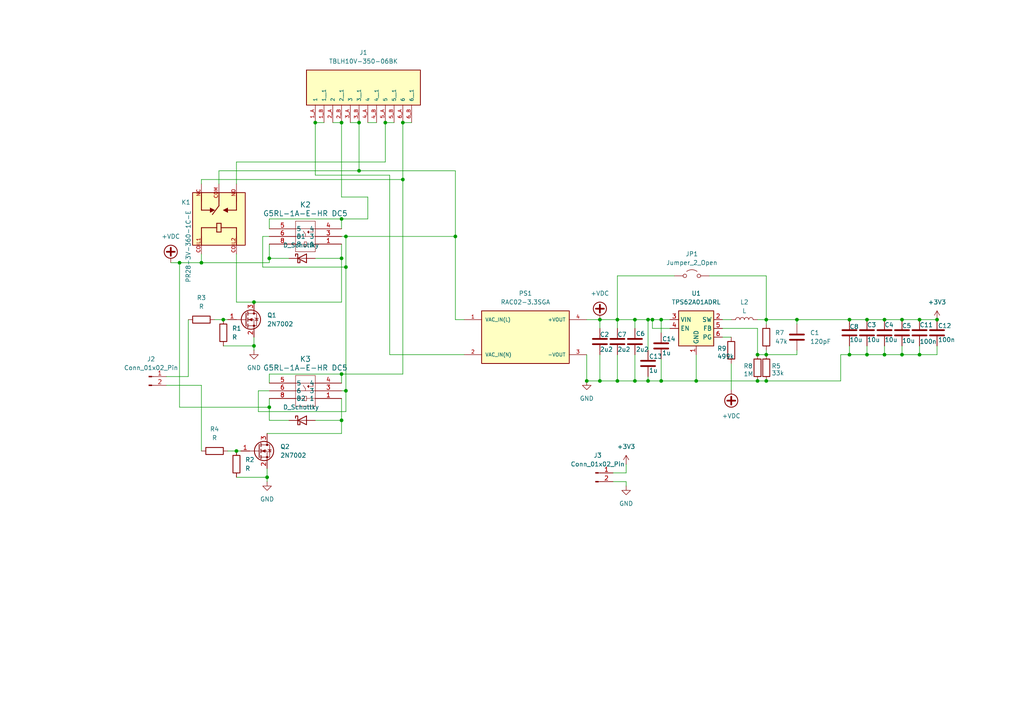
<source format=kicad_sch>
(kicad_sch (version 20250114) (generator "eeschema") (generator_version "9.0")
  (paper "A4")
  (lib_symbols
    (symbol "Connector:Conn_01x02_Pin" (pin_names (offset 1.016) (hide yes))
      (property "Reference" "J" (at 0 2.54 0))
      (property "Value" "Conn_01x02_Pin" (at 0 -5.08 0))
      (symbol "Conn_01x02_Pin_1_1"
        (rectangle (start 0.8636 0.127) (end 0 -0.127) (stroke (width 0.1524)) (fill (type outline)))
        (rectangle (start 0.8636 -2.413) (end 0 -2.667) (stroke (width 0.1524)) (fill (type outline)))
        (polyline (pts (xy 1.27 0) (xy 0.8636 0)) (stroke (width 0.1524)))
        (polyline (pts (xy 1.27 -2.54) (xy 0.8636 -2.54)) (stroke (width 0.1524)))
        (pin passive line (at 5.08 0 180) (length 3.81) (name "Pin_1") (number "1"))
        (pin passive line (at 5.08 -2.54 180) (length 3.81) (name "Pin_2") (number "2"))
      )
    )
    (symbol "Device:C" (pin_numbers (hide yes)) (pin_names (offset 0.254))
      (property "Reference" "C" (at 0.635 2.54 0))
      (property "Value" "C" (at 0.635 -2.54 0))
      (symbol "C_0_1"
        (polyline (pts (xy -2.032 0.762) (xy 2.032 0.762)) (stroke (width 0.508)))
        (polyline (pts (xy -2.032 -0.762) (xy 2.032 -0.762)) (stroke (width 0.508)))
      )
      (symbol "C_1_1"
        (pin passive line (at 0 3.81 270) (length 2.794) (name "~") (number "1"))
        (pin passive line (at 0 -3.81 90) (length 2.794) (name "~") (number "2"))
      )
    )
    (symbol "Device:D_Schottky" (pin_numbers (hide yes)) (pin_names (offset 1.016) (hide yes))
      (property "Reference" "D" (at 0 2.54 0))
      (property "Value" "D_Schottky" (at 0 -2.54 0))
      (symbol "D_Schottky_0_1"
        (polyline (pts (xy -1.905 0.635) (xy -1.905 1.27) (xy -1.27 1.27) (xy -1.27 -1.27) (xy -0.635 -1.27) (xy -0.635 -0.635)) (stroke (width 0.254)))
        (polyline (pts (xy 1.27 1.27) (xy 1.27 -1.27) (xy -1.27 0) (xy 1.27 1.27)) (stroke (width 0.254)))
        (polyline (pts (xy 1.27 0) (xy -1.27 0)))
      )
      (symbol "D_Schottky_1_1"
        (pin passive line (at -3.81 0 0) (length 2.54) (name "K") (number "1"))
        (pin passive line (at 3.81 0 180) (length 2.54) (name "A") (number "2"))
      )
    )
    (symbol "Device:L" (pin_numbers (hide yes)) (pin_names (offset 1.016) (hide yes))
      (property "Reference" "L" (at -1.27 0 90))
      (property "Value" "L" (at 1.905 0 90))
      (symbol "L_0_1"
        (arc (start 0 2.54) (mid 0.6323 1.905) (end 0 1.27))
        (arc (start 0 1.27) (mid 0.6323 0.635) (end 0 0))
        (arc (start 0 0) (mid 0.6323 -0.635) (end 0 -1.27))
        (arc (start 0 -1.27) (mid 0.6323 -1.905) (end 0 -2.54))
      )
      (symbol "L_1_1"
        (pin passive line (at 0 3.81 270) (length 1.27) (name "1") (number "1"))
        (pin passive line (at 0 -3.81 90) (length 1.27) (name "2") (number "2"))
      )
    )
    (symbol "Device:R" (pin_numbers (hide yes)) (pin_names (offset 0))
      (property "Reference" "R" (at 2.032 0 90))
      (property "Value" "R" (at 0 0 90))
      (symbol "R_0_1"
        (rectangle (start -1.016 -2.54) (end 1.016 2.54) (stroke (width 0.254)))
      )
      (symbol "R_1_1"
        (pin passive line (at 0 3.81 270) (length 1.27) (name "~") (number "1"))
        (pin passive line (at 0 -3.81 90) (length 1.27) (name "~") (number "2"))
      )
    )
    (symbol "G5RL-1A-E-HR DC5:G5RL-1A-E-HR_DC5" (pin_names (offset 0.254))
      (property "Reference" "K" (at 10.795 6.985 0))
      (property "Value" "G5RL-1A-E-HR DC5" (at 20.32 4.7625 0))
      (symbol "G5RL-1A-E-HR_DC5_0_1"
        (polyline (pts (xy 7.62 2.2225) (xy 7.62 -6.6675)) (stroke (width 0.127)))
        (polyline (pts (xy 7.62 0) (xy 10.16 0)) (stroke (width 0.127)))
        (polyline (pts (xy 7.62 -2.2225) (xy 13.335 -2.2225)) (stroke (width 0.127)))
        (polyline (pts (xy 7.62 -4.445) (xy 13.335 -4.445)) (stroke (width 0.127)))
        (polyline (pts (xy 7.62 -6.6675) (xy 13.335 -6.6675)) (stroke (width 0.127)))
        (polyline (pts (xy 8.255 -4.445) (xy 8.255 -3.4925)) (stroke (width 0.127)))
        (polyline (pts (xy 9.525 -3.175) (xy 9.525 -3.81)) (stroke (width 0.127)))
        (polyline (pts (xy 9.525 -3.175) (xy 9.8425 -3.4925) (xy 9.525 -3.81)) (fill (type outline)))
        (polyline (pts (xy 9.525 -3.4925) (xy 8.255 -3.4925)) (stroke (width 0.127)))
        (polyline (pts (xy 9.525 -3.81) (xy 9.8425 -3.4925)) (stroke (width 0.127)))
        (polyline (pts (xy 9.8425 -3.4925) (xy 9.525 -3.175)) (stroke (width 0.127)))
        (polyline (pts (xy 10.16 0.635) (xy 10.795 0.635)) (stroke (width 0.127)))
        (polyline (pts (xy 10.16 0) (xy 10.16 0.635)) (stroke (width 0.127)))
        (polyline (pts (xy 10.16 0) (xy 10.16 -0.635)) (stroke (width 0.127)))
        (polyline (pts (xy 10.16 -0.635) (xy 10.795 -0.635)) (stroke (width 0.127)))
        (polyline (pts (xy 10.4775 -2.2225) (xy 10.4775 -2.8575)) (stroke (width 0.127)))
        (polyline (pts (xy 10.4775 -2.8575) (xy 11.1125 -3.81)) (stroke (width 0.127)))
        (polyline (pts (xy 10.795 0.635) (xy 10.795 -0.635)) (stroke (width 0.127)))
        (polyline (pts (xy 10.795 0) (xy 13.335 0)) (stroke (width 0.127)))
        (polyline (pts (xy 13.335 2.2225) (xy 7.62 2.2225)) (stroke (width 0.127)))
        (polyline (pts (xy 13.335 -6.6675) (xy 13.335 2.2225)) (stroke (width 0.127)))
        (pin unspecified line (at 0 0 0) (length 7.62) (name "1") (number "1"))
        (pin unspecified line (at 0 -2.2225 0) (length 7.62) (name "3") (number "3"))
        (pin unspecified line (at 0 -4.445 0) (length 7.62) (name "4") (number "4"))
        (pin unspecified line (at 20.955 0 180) (length 7.62) (name "8") (number "8"))
        (pin unspecified line (at 20.955 -2.2225 180) (length 7.62) (name "6") (number "6"))
        (pin unspecified line (at 20.955 -4.445 180) (length 7.62) (name "5") (number "5"))
      )
    )
    (symbol "Jumper:Jumper_2_Open" (pin_numbers (hide yes)) (pin_names (offset 0) (hide yes)) (exclude_from_sim yes)
      (property "Reference" "JP" (at 0 2.794 0))
      (property "Value" "Jumper_2_Open" (at 0 -2.286 0))
      (symbol "Jumper_2_Open_0_0"
        (circle (center -2.032 0) (radius 0.508))
        (circle (center 2.032 0) (radius 0.508))
      )
      (symbol "Jumper_2_Open_0_1"
        (arc (start -1.524 1.27) (mid 0 1.778) (end 1.524 1.27))
      )
      (symbol "Jumper_2_Open_1_1"
        (pin passive line (at -5.08 0 0) (length 2.54) (name "A") (number "1"))
        (pin passive line (at 5.08 0 180) (length 2.54) (name "B") (number "2"))
      )
    )
    (symbol "PR28-3V-360-1C-E:PR28-3V-360-1C-E" (pin_names (offset 1.016))
      (property "Reference" "K" (at -7.62 8.89 0))
      (property "Value" "PR28-3V-360-1C-E" (at -7.62 -10.16 0))
      (symbol "PR28-3V-360-1C-E_0_0"
        (polyline (pts (xy -7.62 5.08) (xy -2.54 5.08)) (stroke (width 0.254)))
        (polyline (pts (xy -7.62 -5.08) (xy -2.54 -5.08)) (stroke (width 0.254)))
        (rectangle (start -7.62 -7.62) (end 7.62 7.62) (stroke (width 0.254)) (fill (type background)))
        (polyline (pts (xy -3.81 0.635) (xy -2.54 0.635)) (stroke (width 0.254)))
        (polyline (pts (xy -3.81 -0.635) (xy -3.81 0.635)) (stroke (width 0.254)))
        (polyline (pts (xy -2.54 5.08) (xy -2.54 0.635)) (stroke (width 0.254)))
        (polyline (pts (xy -2.54 0.635) (xy -1.27 0.635)) (stroke (width 0.254)))
        (polyline (pts (xy -2.54 -0.635) (xy -3.81 -0.635)) (stroke (width 0.254)))
        (polyline (pts (xy -2.54 -0.635) (xy -2.54 -5.08)) (stroke (width 0.254)))
        (polyline (pts (xy -1.27 0.635) (xy -1.27 -0.635)) (stroke (width 0.254)))
        (polyline (pts (xy -1.27 -0.635) (xy -2.54 -0.635)) (stroke (width 0.254)))
        (polyline (pts (xy 1.905 -2.54) (xy 3.175 -2.54) (xy 2.54 -1.27) (xy 1.905 -2.54)) (stroke (width 0.1524)) (fill (type outline)))
        (polyline (pts (xy 2.54 5.08) (xy 2.54 2.54)) (stroke (width 0.254)))
        (polyline (pts (xy 2.54 5.08) (xy 7.62 5.08)) (stroke (width 0.254)))
        (polyline (pts (xy 2.54 -5.08) (xy 2.54 -2.54)) (stroke (width 0.254)))
        (polyline (pts (xy 3.175 2.54) (xy 1.905 2.54) (xy 2.54 1.27) (xy 3.175 2.54)) (stroke (width 0.1524)) (fill (type outline)))
        (polyline (pts (xy 3.81 0) (xy 1.27 1.905)) (stroke (width 0.254)))
        (polyline (pts (xy 7.62 0) (xy 3.81 0)) (stroke (width 0.254)))
        (polyline (pts (xy 7.62 -5.08) (xy 2.54 -5.08)) (stroke (width 0.254)))
        (pin passive line (at -10.16 5.08 0) (length 5.08) (name "~") (number "COIL1"))
        (pin passive line (at -10.16 -5.08 0) (length 5.08) (name "~") (number "COIL2"))
        (pin passive line (at 10.16 5.08 180) (length 5.08) (name "~") (number "NC"))
        (pin passive line (at 10.16 0 180) (length 5.08) (name "~") (number "COM"))
        (pin passive line (at 10.16 -5.08 180) (length 5.08) (name "~") (number "NO"))
      )
    )
    (symbol "RAC02-3.3SGA:RAC02-3.3SGA" (pin_names (offset 1.016))
      (property "Reference" "PS" (at -12.7 8.89 0))
      (property "Value" "RAC02-3.3SGA" (at -12.7 -10.16 0))
      (symbol "RAC02-3.3SGA_0_0"
        (rectangle (start -12.7 -7.62) (end 12.7 7.62) (stroke (width 0.254)) (fill (type background)))
        (pin input line (at -17.78 5.08 0) (length 5.08) (name "VAC_IN(L)") (number "1"))
        (pin input line (at -17.78 -5.08 0) (length 5.08) (name "VAC_IN(N)") (number "2"))
        (pin output line (at 17.78 5.08 180) (length 5.08) (name "+VOUT") (number "4"))
        (pin output line (at 17.78 -5.08 180) (length 5.08) (name "-VOUT") (number "3"))
      )
    )
    (symbol "Regulator_Switching:TPS62A01ADRL"
      (property "Reference" "U" (at -5.08 6.35 0))
      (property "Value" "TPS62A01ADRL" (at 0 6.35 0))
      (symbol "TPS62A01ADRL_0_1"
        (rectangle (start -5.08 5.08) (end 5.08 -5.08) (stroke (width 0.254)) (fill (type background)))
      )
      (symbol "TPS62A01ADRL_1_1"
        (pin power_in line (at -7.62 2.54 0) (length 2.54) (name "VIN") (number "3"))
        (pin input line (at -7.62 0 0) (length 2.54) (name "EN") (number "4"))
        (pin power_in line (at 0 -7.62 90) (length 2.54) (name "GND") (number "1"))
        (pin power_out line (at 7.62 2.54 180) (length 2.54) (name "SW") (number "2"))
        (pin input line (at 7.62 0 180) (length 2.54) (name "FB") (number "5"))
        (pin open_collector line (at 7.62 -2.54 180) (length 2.54) (name "PG") (number "6"))
      )
    )
    (symbol "TBLH10V-350-06BK:TBLH10V-350-06BK" (pin_names (offset 1.016))
      (property "Reference" "J" (at -5.58 7.62 0))
      (property "Value" "TBLH10V-350-06BK" (at -5.08 -27.94 0))
      (symbol "TBLH10V-350-06BK_0_0"
        (rectangle (start -5.08 -25.4) (end 5.08 7.62) (stroke (width 0.254)) (fill (type background)))
        (pin passive line (at -10.16 5.08 0) (length 5.08) (name "1") (number "1_A"))
        (pin passive line (at -10.16 2.54 0) (length 5.08) (name "1__1") (number "1_B"))
        (pin passive line (at -10.16 0 0) (length 5.08) (name "2") (number "2_A"))
        (pin passive line (at -10.16 -2.54 0) (length 5.08) (name "2__1") (number "2_B"))
        (pin passive line (at -10.16 -5.08 0) (length 5.08) (name "3") (number "3_A"))
        (pin passive line (at -10.16 -7.62 0) (length 5.08) (name "3__1") (number "3_B"))
        (pin passive line (at -10.16 -10.16 0) (length 5.08) (name "4") (number "4_A"))
        (pin passive line (at -10.16 -12.7 0) (length 5.08) (name "4__1") (number "4_B"))
        (pin passive line (at -10.16 -15.24 0) (length 5.08) (name "5") (number "5_A"))
        (pin passive line (at -10.16 -17.78 0) (length 5.08) (name "5__1") (number "5_B"))
        (pin passive line (at -10.16 -20.32 0) (length 5.08) (name "6") (number "6_A"))
        (pin passive line (at -10.16 -22.86 0) (length 5.08) (name "6__1") (number "6_B"))
      )
    )
    (symbol "Transistor_FET:2N7002" (pin_names (hide yes))
      (property "Reference" "Q" (at 5.08 1.905 0))
      (property "Value" "2N7002" (at 5.08 0 0))
      (symbol "2N7002_0_1"
        (polyline (pts (xy 0.254 1.905) (xy 0.254 -1.905)) (stroke (width 0.254)))
        (polyline (pts (xy 0.254 0) (xy -2.54 0)))
        (polyline (pts (xy 0.762 2.286) (xy 0.762 1.27)) (stroke (width 0.254)))
        (polyline (pts (xy 0.762 0.508) (xy 0.762 -0.508)) (stroke (width 0.254)))
        (polyline (pts (xy 0.762 -1.27) (xy 0.762 -2.286)) (stroke (width 0.254)))
        (polyline (pts (xy 0.762 -1.778) (xy 3.302 -1.778) (xy 3.302 1.778) (xy 0.762 1.778)))
        (polyline (pts (xy 1.016 0) (xy 2.032 0.381) (xy 2.032 -0.381) (xy 1.016 0)) (fill (type outline)))
        (circle (center 1.651 0) (radius 2.794) (stroke (width 0.254)))
        (polyline (pts (xy 2.54 2.54) (xy 2.54 1.778)))
        (circle (center 2.54 1.778) (radius 0.254) (fill (type outline)))
        (circle (center 2.54 -1.778) (radius 0.254) (fill (type outline)))
        (polyline (pts (xy 2.54 -2.54) (xy 2.54 0) (xy 0.762 0)))
        (polyline (pts (xy 2.794 0.508) (xy 2.921 0.381) (xy 3.683 0.381) (xy 3.81 0.254)))
        (polyline (pts (xy 3.302 0.381) (xy 2.921 -0.254) (xy 3.683 -0.254) (xy 3.302 0.381)))
      )
      (symbol "2N7002_1_1"
        (pin input line (at -5.08 0 0) (length 2.54) (name "G") (number "1"))
        (pin passive line (at 2.54 5.08 270) (length 2.54) (name "D") (number "3"))
        (pin passive line (at 2.54 -5.08 90) (length 2.54) (name "S") (number "2"))
      )
    )
    (symbol "power:+3V3" (power) (pin_numbers (hide yes)) (pin_names (offset 0) (hide yes))
      (property "Value" "+3V3" (at 0 3.556 0))
      (symbol "+3V3_0_1"
        (polyline (pts (xy -0.762 1.27) (xy 0 2.54)))
        (polyline (pts (xy 0 2.54) (xy 0.762 1.27)))
        (polyline (pts (xy 0 0) (xy 0 2.54)))
      )
      (symbol "+3V3_1_1"
        (pin power_in line (at 0 0 90) (length 0) (name "~") (number "1"))
      )
    )
    (symbol "power:+VDC" (power) (pin_numbers (hide yes)) (pin_names (offset 0) (hide yes))
      (property "Value" "+VDC" (at 0 6.35 0))
      (symbol "+VDC_0_1"
        (polyline (pts (xy -1.143 3.175) (xy 1.143 3.175)) (stroke (width 0.508)))
        (circle (center 0 3.175) (radius 1.905) (stroke (width 0.254)))
        (polyline (pts (xy 0 2.032) (xy 0 4.318)) (stroke (width 0.508)))
        (polyline (pts (xy 0 0) (xy 0 1.27)))
      )
      (symbol "+VDC_1_1"
        (pin power_in line (at 0 0 90) (length 0) (name "~") (number "1"))
      )
    )
    (symbol "power:GND" (power) (pin_numbers (hide yes)) (pin_names (offset 0) (hide yes))
      (property "Value" "GND" (at 0 -3.81 0))
      (symbol "GND_0_1"
        (polyline (pts (xy 0 0) (xy 0 -1.27) (xy 1.27 -1.27) (xy 0 -2.54) (xy -1.27 -1.27) (xy 0 -1.27)))
      )
      (symbol "GND_1_1"
        (pin power_in line (at 0 0 270) (length 0) (name "~") (number "1"))
      )
    )
  )
  (junction (at 91.44 35.56))
  (junction (at 187.96 92.71))
  (junction (at 246.38 102.87))
  (junction (at 52.07 76.2))
  (junction (at 99.06 121.92))
  (junction (at 78.105 118.11))
  (junction (at 78.105 74.93))
  (junction (at 179.07 92.71))
  (junction (at 170.18 110.49))
  (junction (at 173.99 92.71))
  (junction (at 99.06 63.5))
  (junction (at 100.33 113.3475))
  (junction (at 116.84 35.56))
  (junction (at 100.33 68.58))
  (junction (at 266.7 92.71))
  (junction (at 104.14 49.53))
  (junction (at 187.96 110.49))
  (junction (at 189.23 92.71))
  (junction (at 219.71 102.87))
  (junction (at 58.42 76.2))
  (junction (at 261.62 102.87))
  (junction (at 191.77 110.49))
  (junction (at 231.14 92.71))
  (junction (at 256.54 92.71))
  (junction (at 251.46 102.87))
  (junction (at 100.33 77.47))
  (junction (at 179.07 110.49))
  (junction (at 77.47 138.43))
  (junction (at 68.58 130.81))
  (junction (at 173.99 110.49))
  (junction (at 73.66 87.63))
  (junction (at 246.38 92.71))
  (junction (at 201.93 110.49))
  (junction (at 184.15 92.71))
  (junction (at 111.76 35.56))
  (junction (at 104.14 35.56))
  (junction (at 222.25 92.71))
  (junction (at 116.84 52.07))
  (junction (at 266.7 102.87))
  (junction (at 222.25 110.49))
  (junction (at 222.25 102.87))
  (junction (at 73.66 100.33))
  (junction (at 99.06 74.93))
  (junction (at 251.46 92.71))
  (junction (at 261.62 92.71))
  (junction (at 191.77 92.71))
  (junction (at 219.71 110.49))
  (junction (at 271.78 92.71))
  (junction (at 99.06 108.4967))
  (junction (at 256.54 102.87))
  (junction (at 184.15 110.49))
  (junction (at 132.08 68.58))
  (junction (at 64.77 92.71))
  (junction (at 99.06 35.56))
  (wire (pts (xy 99.06 108.4967) (xy 99.06 111.125)))
  (wire (pts (xy 173.99 102.87) (xy 173.99 110.49)))
  (wire (pts (xy 179.07 102.87) (xy 179.07 110.49)))
  (wire (pts (xy 58.42 53.34) (xy 58.42 52.07)))
  (wire (pts (xy 99.06 74.93) (xy 99.06 87.63)))
  (wire (pts (xy 63.5 53.34) (xy 63.5 49.53)))
  (wire (pts (xy 246.38 92.71) (xy 251.46 92.71)))
  (wire (pts (xy 184.15 110.49) (xy 187.96 110.49)))
  (wire (pts (xy 100.33 68.58) (xy 99.06 68.58)))
  (wire (pts (xy 191.77 92.71) (xy 191.77 96.52)))
  (wire (pts (xy 58.42 73.66) (xy 58.42 76.2)))
  (wire (pts (xy 78.105 68.58) (xy 76.2 68.58)))
  (wire (pts (xy 111.76 46.99) (xy 68.58 46.99)))
  (wire (pts (xy 222.25 92.71) (xy 231.14 92.71)))
  (wire (pts (xy 78.105 115.57) (xy 78.105 118.11)))
  (wire (pts (xy 184.15 102.87) (xy 184.15 110.49)))
  (wire (pts (xy 113.03 102.87) (xy 134.62 102.87)))
  (wire (pts (xy 113.03 50.8) (xy 113.03 102.87)))
  (wire (pts (xy 78.105 70.8025) (xy 78.105 74.93)))
  (wire (pts (xy 68.58 130.81) (xy 69.85 130.81)))
  (wire (pts (xy 271.78 102.87) (xy 271.78 100.33)))
  (wire (pts (xy 76.2 77.47) (xy 100.33 77.47)))
  (wire (pts (xy 99.06 87.63) (xy 73.66 87.63)))
  (wire (pts (xy 91.44 50.8) (xy 113.03 50.8)))
  (wire (pts (xy 100.33 77.47) (xy 100.33 113.3475)))
  (wire (pts (xy 78.105 63.5) (xy 99.06 63.5)))
  (wire (pts (xy 256.54 102.87) (xy 261.62 102.87)))
  (wire (pts (xy 99.06 121.92) (xy 99.06 125.73)))
  (wire (pts (xy 91.44 74.93) (xy 99.06 74.93)))
  (wire (pts (xy 170.18 92.71) (xy 173.99 92.71)))
  (wire (pts (xy 104.14 35.56) (xy 104.14 49.53)))
  (wire (pts (xy 100.33 119.38) (xy 74.93 119.38)))
  (wire (pts (xy 173.99 110.49) (xy 179.07 110.49)))
  (wire (pts (xy 74.93 119.38) (xy 74.93 113.3475)))
  (wire (pts (xy 261.62 102.87) (xy 266.7 102.87)))
  (wire (pts (xy 231.14 92.71) (xy 246.38 92.71)))
  (wire (pts (xy 212.09 105.41) (xy 212.09 113.03)))
  (wire (pts (xy 170.18 110.49) (xy 173.99 110.49)))
  (wire (pts (xy 179.07 92.71) (xy 184.15 92.71)))
  (wire (pts (xy 219.71 110.49) (xy 222.25 110.49)))
  (wire (pts (xy 256.54 102.87) (xy 256.54 100.33)))
  (wire (pts (xy 231.14 93.98) (xy 231.14 92.71)))
  (wire (pts (xy 251.46 92.71) (xy 256.54 92.71)))
  (wire (pts (xy 195.58 80.01) (xy 179.07 80.01)))
  (wire (pts (xy 99.06 113.3475) (xy 100.33 113.3475)))
  (wire (pts (xy 48.26 109.22) (xy 54.61 109.22)))
  (wire (pts (xy 246.38 100.33) (xy 246.38 102.87)))
  (wire (pts (xy 194.31 95.25) (xy 189.23 95.25)))
  (wire (pts (xy 99.06 125.73) (xy 77.47 125.73)))
  (wire (pts (xy 116.84 52.07) (xy 116.84 108.4967)))
  (wire (pts (xy 191.77 110.49) (xy 201.93 110.49)))
  (wire (pts (xy 187.96 110.49) (xy 191.77 110.49)))
  (wire (pts (xy 58.42 52.07) (xy 116.84 52.07)))
  (wire (pts (xy 219.71 95.25) (xy 219.71 102.87)))
  (wire (pts (xy 132.08 68.58) (xy 132.08 92.71)))
  (wire (pts (xy 99.06 63.5) (xy 106.68 63.5)))
  (wire (pts (xy 91.44 35.56) (xy 93.98 35.56)))
  (wire (pts (xy 54.61 92.71) (xy 54.61 109.22)))
  (wire (pts (xy 179.07 110.49) (xy 184.15 110.49)))
  (wire (pts (xy 49.53 76.2) (xy 52.07 76.2)))
  (wire (pts (xy 251.46 102.87) (xy 256.54 102.87)))
  (wire (pts (xy 100.33 68.58) (xy 132.08 68.58)))
  (wire (pts (xy 58.42 76.2) (xy 78.105 76.2)))
  (wire (pts (xy 261.62 102.87) (xy 261.62 100.33)))
  (wire (pts (xy 222.25 80.01) (xy 222.25 92.71)))
  (wire (pts (xy 68.58 73.66) (xy 68.58 87.63)))
  (wire (pts (xy 68.58 87.63) (xy 73.66 87.63)))
  (wire (pts (xy 76.2 68.58) (xy 76.2 77.47)))
  (wire (pts (xy 181.61 137.16) (xy 181.61 134.62)))
  (wire (pts (xy 78.105 118.11) (xy 78.105 121.92)))
  (wire (pts (xy 173.99 92.71) (xy 179.07 92.71)))
  (wire (pts (xy 73.66 100.33) (xy 73.66 101.6)))
  (wire (pts (xy 52.07 118.11) (xy 52.07 76.2)))
  (wire (pts (xy 266.7 102.87) (xy 271.78 102.87)))
  (wire (pts (xy 58.42 111.76) (xy 58.42 130.81)))
  (wire (pts (xy 187.96 92.71) (xy 189.23 92.71)))
  (wire (pts (xy 78.105 121.92) (xy 83.82 121.92)))
  (wire (pts (xy 181.61 139.7) (xy 181.61 140.97)))
  (wire (pts (xy 99.06 63.5) (xy 99.06 66.3575)))
  (wire (pts (xy 91.44 121.92) (xy 99.06 121.92)))
  (wire (pts (xy 219.71 102.87) (xy 222.25 102.87)))
  (wire (pts (xy 62.23 92.71) (xy 64.77 92.71)))
  (wire (pts (xy 111.76 35.56) (xy 114.3 35.56)))
  (wire (pts (xy 191.77 92.71) (xy 194.31 92.71)))
  (wire (pts (xy 189.23 92.71) (xy 189.23 95.25)))
  (wire (pts (xy 222.25 101.6) (xy 222.25 102.87)))
  (wire (pts (xy 209.55 92.71) (xy 212.09 92.71)))
  (wire (pts (xy 116.84 35.56) (xy 119.38 35.56)))
  (wire (pts (xy 205.74 80.01) (xy 222.25 80.01)))
  (wire (pts (xy 179.07 80.01) (xy 179.07 92.71)))
  (wire (pts (xy 66.04 130.81) (xy 68.58 130.81)))
  (wire (pts (xy 78.105 74.93) (xy 78.105 76.2)))
  (wire (pts (xy 78.105 118.11) (xy 52.07 118.11)))
  (wire (pts (xy 104.14 49.53) (xy 132.08 49.53)))
  (wire (pts (xy 179.07 92.71) (xy 179.07 95.25)))
  (wire (pts (xy 74.93 113.3475) (xy 78.105 113.3475)))
  (wire (pts (xy 222.25 92.71) (xy 222.25 93.98)))
  (wire (pts (xy 106.68 63.5) (xy 106.68 57.15)))
  (wire (pts (xy 184.15 92.71) (xy 187.96 92.71)))
  (wire (pts (xy 219.71 92.71) (xy 222.25 92.71)))
  (wire (pts (xy 99.06 70.8025) (xy 99.06 74.93)))
  (wire (pts (xy 100.33 77.47) (xy 100.33 68.58)))
  (wire (pts (xy 251.46 102.87) (xy 251.46 100.33)))
  (wire (pts (xy 261.62 92.71) (xy 266.7 92.71)))
  (wire (pts (xy 201.93 110.49) (xy 219.71 110.49)))
  (wire (pts (xy 78.105 111.125) (xy 78.105 108.4967)))
  (wire (pts (xy 106.68 57.15) (xy 99.06 57.15)))
  (wire (pts (xy 99.06 115.57) (xy 99.06 121.92)))
  (wire (pts (xy 68.58 138.43) (xy 77.47 138.43)))
  (wire (pts (xy 99.06 57.15) (xy 99.06 35.56)))
  (wire (pts (xy 189.23 92.71) (xy 191.77 92.71)))
  (wire (pts (xy 106.68 35.56) (xy 109.22 35.56)))
  (wire (pts (xy 177.8 137.16) (xy 181.61 137.16)))
  (wire (pts (xy 83.82 74.93) (xy 78.105 74.93)))
  (wire (pts (xy 63.5 49.53) (xy 104.14 49.53)))
  (wire (pts (xy 132.08 49.53) (xy 132.08 68.58)))
  (wire (pts (xy 201.93 102.87) (xy 201.93 110.49)))
  (wire (pts (xy 111.76 46.99) (xy 111.76 35.56)))
  (wire (pts (xy 266.7 92.71) (xy 271.78 92.71)))
  (wire (pts (xy 209.55 97.79) (xy 212.09 97.79)))
  (wire (pts (xy 132.08 92.71) (xy 134.62 92.71)))
  (wire (pts (xy 64.77 92.71) (xy 66.04 92.71)))
  (wire (pts (xy 77.47 135.89) (xy 77.47 138.43)))
  (wire (pts (xy 222.25 110.49) (xy 243.84 110.49)))
  (wire (pts (xy 177.8 139.7) (xy 181.61 139.7)))
  (wire (pts (xy 100.33 113.3475) (xy 100.33 119.38)))
  (wire (pts (xy 243.84 110.49) (xy 243.84 102.87)))
  (wire (pts (xy 116.84 35.56) (xy 116.84 52.07)))
  (wire (pts (xy 77.47 138.43) (xy 77.47 139.7)))
  (wire (pts (xy 173.99 95.25) (xy 173.99 92.71)))
  (wire (pts (xy 48.26 111.76) (xy 58.42 111.76)))
  (wire (pts (xy 78.105 108.4967) (xy 99.06 108.4967)))
  (wire (pts (xy 251.46 102.87) (xy 246.38 102.87)))
  (wire (pts (xy 68.58 46.99) (xy 68.58 53.34)))
  (wire (pts (xy 52.07 76.2) (xy 58.42 76.2)))
  (wire (pts (xy 231.14 101.6) (xy 231.14 102.87)))
  (wire (pts (xy 256.54 92.71) (xy 261.62 92.71)))
  (wire (pts (xy 246.38 102.87) (xy 243.84 102.87)))
  (wire (pts (xy 91.44 35.56) (xy 91.44 50.8)))
  (wire (pts (xy 184.15 92.71) (xy 184.15 95.25)))
  (wire (pts (xy 73.66 97.79) (xy 73.66 100.33)))
  (wire (pts (xy 191.77 104.14) (xy 191.77 110.49)))
  (wire (pts (xy 99.06 108.4967) (xy 116.84 108.4967)))
  (wire (pts (xy 170.18 102.87) (xy 170.18 110.49)))
  (wire (pts (xy 78.105 66.3575) (xy 78.105 63.5)))
  (wire (pts (xy 187.96 92.71) (xy 187.96 101.6)))
  (wire (pts (xy 101.6 35.56) (xy 104.14 35.56)))
  (wire (pts (xy 266.7 102.87) (xy 266.7 100.33)))
  (wire (pts (xy 99.06 35.56) (xy 96.52 35.56)))
  (wire (pts (xy 209.55 95.25) (xy 219.71 95.25)))
  (wire (pts (xy 64.77 100.33) (xy 73.66 100.33)))
  (wire (pts (xy 187.96 109.22) (xy 187.96 110.49)))
  (wire (pts (xy 231.14 102.87) (xy 222.25 102.87)))
  (symbol (lib_id "Device:R") (at 58.42 92.71 90) (unit 1)
    (property "Reference" "R3" (at 58.42 86.36 90))
    (property "Value" "R" (at 58.42 88.9 90))
    (property "Footprint" "Resistor_SMD:R_0603_1608Metric" (effects (hide yes)))
    (property "Description" "Resistor" (effects (hide yes)))
  )
  (symbol (lib_id "Device:R") (at 62.23 130.81 90) (unit 1)
    (property "Reference" "R4" (at 62.23 124.46 90))
    (property "Value" "R" (at 62.23 127 90))
    (property "Footprint" "Resistor_SMD:R_0603_1608Metric" (effects (hide yes)))
    (property "Description" "Resistor" (effects (hide yes)))
  )
  (symbol (lib_id "power:+3V3") (at 271.78 92.71 0) (unit 1)
    (property "Reference" "#PWR04" (effects (hide yes)))
    (property "Value" "+3V3" (at 271.78 87.63 0))
    (property "Description" "Power symbol creates a global label with name \"+3V3\"" (effects (hide yes)))
  )
  (symbol (lib_id "Device:C") (at 184.15 99.06 0) (unit 1)
    (property "Reference" "C6" (at 184.404 96.774 0) (effects (justify left)))
    (property "Value" "2u2" (at 184.404 101.346 0) (effects (justify left)))
    (property "Footprint" "Capacitor_SMD:C_1206_3216Metric" (effects (hide yes)))
    (property "Description" "Unpolarized capacitor" (effects (hide yes)))
  )
  (symbol (lib_id "Device:C") (at 191.77 100.33 0) (unit 1)
    (property "Reference" "C14" (at 192.024 98.298 0) (effects (justify left)))
    (property "Value" "1u" (at 192.024 102.362 0) (effects (justify left)))
    (property "Footprint" "Capacitor_SMD:C_0603_1608Metric" (effects (hide yes)))
    (property "Description" "Unpolarized capacitor" (effects (hide yes)))
  )
  (symbol (lib_id "power:GND") (at 73.66 101.6 0) (unit 1)
    (property "Reference" "#PWR06" (effects (hide yes)))
    (property "Value" "GND" (at 73.66 106.68 0))
    (property "Description" "Power symbol creates a global label with name \"GND\" , ground" (effects (hide yes)))
  )
  (symbol (lib_id "RAC02-3.3SGA:RAC02-3.3SGA") (at 152.4 97.79 0) (unit 1)
    (property "Reference" "PS1" (at 152.4 85.09 0))
    (property "Value" "RAC02-3.3SGA" (at 152.4 87.63 0))
    (property "Footprint" "TBLH10V_350_06BK:CONV_RAC02-3.3SGA" (effects (hide yes)))
    (property "PARTREV" "2" (effects (hide yes)))
    (property "STANDARD" "Manufacturer Recommendations" (effects (hide yes)))
    (property "MAXIMUM_PACKAGE_HEIGHT" "19mm" (effects (hide yes)))
    (property "MANUFACTURER" "Recom" (effects (hide yes)))
  )
  (symbol (lib_id "Jumper:Jumper_2_Open") (at 200.66 80.01 0) (unit 1) (exclude_from_sim yes)
    (property "Reference" "JP1" (at 200.66 73.66 0))
    (property "Value" "Jumper_2_Open" (at 200.66 76.2 0))
    (property "Footprint" "TestPoint:TestPoint_2Pads_Pitch2.54mm_Drill0.8mm" (effects (hide yes)))
    (property "Description" "Jumper, 2-pole, open" (effects (hide yes)))
  )
  (symbol (lib_id "power:GND") (at 181.61 140.97 0) (unit 1)
    (property "Reference" "#PWR07" (effects (hide yes)))
    (property "Value" "GND" (at 181.61 146.05 0))
    (property "Description" "Power symbol creates a global label with name \"GND\" , ground" (effects (hide yes)))
  )
  (symbol (lib_id "Connector:Conn_01x02_Pin") (at 172.72 137.16 0) (unit 1)
    (property "Reference" "J3" (at 173.355 132.08 0))
    (property "Value" "Conn_01x02_Pin" (at 173.355 134.62 0))
    (property "Footprint" "Connector_PinSocket_2.54mm:PinSocket_1x02_P2.54mm_Vertical" (effects (hide yes)))
    (property "Description" "Generic connector, single row, 01x02, script generated" (effects (hide yes)))
  )
  (symbol (lib_id "Device:C") (at 173.99 99.06 0) (unit 1)
    (property "Reference" "C2" (at 173.99 97.028 0) (effects (justify left)))
    (property "Value" "2u2" (at 173.99 101.346 0) (effects (justify left)))
    (property "Footprint" "Capacitor_SMD:C_1206_3216Metric" (effects (hide yes)))
    (property "Description" "Unpolarized capacitor" (effects (hide yes)))
  )
  (symbol (lib_id "G5RL-1A-E-HR DC5:G5RL-1A-E-HR_DC5") (at 99.06 70.8025 180) (unit 1)
    (property "Reference" "K2" (at 88.5825 59.3725 0) (effects (font (size 1.524 1.524))))
    (property "Value" "G5RL-1A-E-HR DC5" (at 88.5825 61.9125 0) (effects (font (size 1.524 1.524))))
    (property "Footprint" "RELAY_G5RL-1A-E-HR DC5_OMR" (effects (hide yes)))
    (property "Datasheet" "G5RL-1A-E-HR DC5" (effects (hide yes)))
  )
  (symbol (lib_id "Transistor_FET:2N7002") (at 74.93 130.81 0) (unit 1)
    (property "Reference" "Q2" (at 81.28 129.5399 0) (effects (justify left)))
    (property "Value" "2N7002" (at 81.28 132.0799 0) (effects (justify left)))
    (property "Footprint" "Package_TO_SOT_SMD:SOT-23-3" (effects (hide yes)))
    (property "Datasheet" "https://www.onsemi.com/pub/Collateral/NDS7002A-D.PDF" (effects (hide yes)))
    (property "Description" "0.115A Id, 60V Vds, N-Channel MOSFET, SOT-23" (effects (hide yes)))
  )
  (symbol (lib_id "power:+VDC") (at 49.53 76.2 0) (unit 1)
    (property "Reference" "#PWR03" (effects (hide yes)))
    (property "Value" "+VDC" (at 49.53 68.58 0))
    (property "Description" "Power symbol creates a global label with name \"+VDC\"" (effects (hide yes)))
  )
  (symbol (lib_id "power:GND") (at 77.47 139.7 0) (unit 1)
    (property "Reference" "#PWR05" (effects (hide yes)))
    (property "Value" "GND" (at 77.47 144.78 0))
    (property "Description" "Power symbol creates a global label with name \"GND\" , ground" (effects (hide yes)))
  )
  (symbol (lib_id "Device:D_Schottky") (at 87.63 121.92 0) (unit 1)
    (property "Reference" "D2" (at 87.3125 115.57 0))
    (property "Value" "D_Schottky" (at 87.3125 118.11 0))
    (property "Footprint" "Diode_SMD:D_MiniMELF" (effects (hide yes)))
    (property "Description" "Schottky diode" (effects (hide yes)))
  )
  (symbol (lib_id "Device:C") (at 246.38 96.52 0) (unit 1)
    (property "Reference" "C8" (at 246.38 94.742 0) (effects (justify left)))
    (property "Value" "10u" (at 246.38 98.552 0) (effects (justify left)))
    (property "Footprint" "Capacitor_SMD:C_1206_3216Metric" (effects (hide yes)))
    (property "Description" "Unpolarized capacitor" (effects (hide yes)))
  )
  (symbol (lib_id "Device:L") (at 215.9 92.71 90) (unit 1)
    (property "Reference" "L2" (at 215.9 87.63 90))
    (property "Value" "L" (at 215.9 90.17 90))
    (property "Footprint" "Inductor_SMD:L_0805_2012Metric" (effects (hide yes)))
    (property "Description" "Inductor" (effects (hide yes)))
  )
  (symbol (lib_id "power:GND") (at 170.18 110.49 0) (unit 1)
    (property "Reference" "#PWR01" (effects (hide yes)))
    (property "Value" "GND" (at 170.18 115.57 0))
    (property "Description" "Power symbol creates a global label with name \"GND\" , ground" (effects (hide yes)))
  )
  (symbol (lib_id "power:+VDC") (at 212.09 113.03 180) (unit 1)
    (property "Reference" "#PWR09" (effects (hide yes)))
    (property "Value" "+VDC" (at 212.09 120.65 0))
    (property "Description" "Power symbol creates a global label with name \"+VDC\"" (effects (hide yes)))
  )
  (symbol (lib_id "Regulator_Switching:TPS62A01ADRL") (at 201.93 95.25 0) (unit 1)
    (property "Reference" "U1" (at 201.93 85.09 0))
    (property "Value" "TPS62A01ADRL" (at 201.93 87.63 0))
    (property "Footprint" "Package_TO_SOT_SMD:SOT-563" (effects (hide yes)))
    (property "Datasheet" "https://www.ti.com/lit/gpn/tps62a01a" (effects (hide yes)))
    (property "Description" "High Efficiency Synchronous Buck Converter with forced PWM, Adjustable Output 0.6V-5.5V, 1A, Power Good, Enable, SOT-563" (effects (hide yes)))
  )
  (symbol (lib_id "Device:R") (at 222.25 106.68 0) (unit 1)
    (property "Reference" "R5" (at 223.774 106.172 0) (effects (justify left)))
    (property "Value" "33k" (at 223.774 108.204 0) (effects (justify left)))
    (property "Footprint" "Resistor_SMD:R_0603_1608Metric" (effects (hide yes)))
    (property "Description" "Resistor" (effects (hide yes)))
  )
  (symbol (lib_id "Device:C") (at 256.54 96.52 0) (unit 1)
    (property "Reference" "C4" (at 256.54 94.234 0) (effects (justify left)))
    (property "Value" "10u" (at 256.54 98.552 0) (effects (justify left)))
    (property "Footprint" "Capacitor_SMD:C_1206_3216Metric" (effects (hide yes)))
    (property "Description" "Unpolarized capacitor" (effects (hide yes)))
  )
  (symbol (lib_id "Device:C") (at 271.78 96.52 0) (unit 1)
    (property "Reference" "C12" (at 272.034 94.488 0) (effects (justify left)))
    (property "Value" "100n" (at 272.034 98.552 0) (effects (justify left)))
    (property "Footprint" "Capacitor_SMD:C_0603_1608Metric" (effects (hide yes)))
    (property "Description" "Unpolarized capacitor" (effects (hide yes)))
  )
  (symbol (lib_id "power:+VDC") (at 173.99 92.71 0) (unit 1)
    (property "Reference" "#PWR02" (effects (hide yes)))
    (property "Value" "+VDC" (at 173.99 85.09 0))
    (property "Description" "Power symbol creates a global label with name \"+VDC\"" (effects (hide yes)))
  )
  (symbol (lib_id "Device:R") (at 212.09 101.6 0) (unit 1)
    (property "Reference" "R9" (at 208.026 101.092 0) (effects (justify left)))
    (property "Value" "499k" (at 208.026 103.378 0) (effects (justify left)))
    (property "Footprint" "Resistor_SMD:R_0603_1608Metric" (effects (hide yes)))
    (property "Description" "Resistor" (effects (hide yes)))
  )
  (symbol (lib_id "Device:C") (at 179.07 99.06 0) (unit 1)
    (property "Reference" "C7" (at 179.07 97.028 0) (effects (justify left)))
    (property "Value" "2u2" (at 179.07 101.346 0) (effects (justify left)))
    (property "Footprint" "Capacitor_SMD:C_1206_3216Metric" (effects (hide yes)))
    (property "Description" "Unpolarized capacitor" (effects (hide yes)))
  )
  (symbol (lib_id "Device:D_Schottky") (at 87.63 74.93 0) (unit 1)
    (property "Reference" "D1" (at 87.3125 68.58 0))
    (property "Value" "D_Schottky" (at 87.3125 71.12 0))
    (property "Footprint" "Diode_SMD:D_MiniMELF" (effects (hide yes)))
    (property "Description" "Schottky diode" (effects (hide yes)))
  )
  (symbol (lib_id "Transistor_FET:2N7002") (at 71.12 92.71 0) (unit 1)
    (property "Reference" "Q1" (at 77.47 91.4399 0) (effects (justify left)))
    (property "Value" "2N7002" (at 77.47 93.9799 0) (effects (justify left)))
    (property "Footprint" "Package_TO_SOT_SMD:SOT-23-3" (effects (hide yes)))
    (property "Datasheet" "https://www.onsemi.com/pub/Collateral/NDS7002A-D.PDF" (effects (hide yes)))
    (property "Description" "0.115A Id, 60V Vds, N-Channel MOSFET, SOT-23" (effects (hide yes)))
  )
  (symbol (lib_id "Device:C") (at 266.7 96.52 0) (unit 1)
    (property "Reference" "C11" (at 266.7 94.234 0) (effects (justify left)))
    (property "Value" "100n" (at 266.7 99.06 0) (effects (justify left)))
    (property "Footprint" "Capacitor_SMD:C_0603_1608Metric" (effects (hide yes)))
    (property "Description" "Unpolarized capacitor" (effects (hide yes)))
  )
  (symbol (lib_id "Device:C") (at 231.14 97.79 0) (unit 1)
    (property "Reference" "C1" (at 234.95 96.5199 0) (effects (justify left)))
    (property "Value" "120pF" (at 234.95 99.0599 0) (effects (justify left)))
    (property "Footprint" "Capacitor_SMD:C_0603_1608Metric" (effects (hide yes)))
    (property "Description" "Unpolarized capacitor" (effects (hide yes)))
  )
  (symbol (lib_id "Connector:Conn_01x02_Pin") (at 43.18 109.22 0) (unit 1)
    (property "Reference" "J2" (at 43.815 104.14 0))
    (property "Value" "Conn_01x02_Pin" (at 43.815 106.68 0))
    (property "Footprint" "Connector_PinSocket_2.54mm:PinSocket_1x02_P2.54mm_Vertical" (effects (hide yes)))
    (property "Description" "Generic connector, single row, 01x02, script generated" (effects (hide yes)))
  )
  (symbol (lib_id "Device:R") (at 222.25 97.79 0) (unit 1)
    (property "Reference" "R7" (at 224.79 96.5199 0) (effects (justify left)))
    (property "Value" "47k" (at 224.79 99.0599 0) (effects (justify left)))
    (property "Footprint" "Resistor_SMD:R_0603_1608Metric" (effects (hide yes)))
    (property "Description" "Resistor" (effects (hide yes)))
  )
  (symbol (lib_id "Device:R") (at 219.71 106.68 0) (unit 1)
    (property "Reference" "R8" (at 215.646 106.172 0) (effects (justify left)))
    (property "Value" "1M" (at 215.646 108.458 0) (effects (justify left)))
    (property "Footprint" "Resistor_SMD:R_0603_1608Metric" (effects (hide yes)))
    (property "Description" "Resistor" (effects (hide yes)))
  )
  (symbol (lib_id "PR28-3V-360-1C-E:PR28-3V-360-1C-E") (at 63.5 63.5 90) (unit 1)
    (property "Reference" "K1" (at 52.578 58.674 90) (effects (justify right)))
    (property "Value" "PR28-3V-360-1C-E" (at 54.61 60.96 0) (effects (justify right)))
    (property "Footprint" "Bauteile:RELAY_PR28-3V-360-1C-E" (effects (hide yes)))
    (property "PARTREV" "1.01" (effects (hide yes)))
    (property "MANUFACTURER" "CUI DEVICES" (effects (hide yes)))
    (property "MAXIMUM_PACKAGE_HEIGHT" "16.854 mm" (effects (hide yes)))
    (property "STANDARD" "Manufacturer Recommendations" (effects (hide yes)))
  )
  (symbol (lib_id "Device:R") (at 68.58 134.62 0) (unit 1)
    (property "Reference" "R2" (at 71.12 133.3499 0) (effects (justify left)))
    (property "Value" "R" (at 71.12 135.8899 0) (effects (justify left)))
    (property "Footprint" "Resistor_SMD:R_0603_1608Metric" (effects (hide yes)))
    (property "Description" "Resistor" (effects (hide yes)))
  )
  (symbol (lib_id "power:+3V3") (at 181.61 134.62 0) (unit 1)
    (property "Reference" "#PWR08" (effects (hide yes)))
    (property "Value" "+3V3" (at 181.61 129.54 0))
    (property "Description" "Power symbol creates a global label with name \"+3V3\"" (effects (hide yes)))
  )
  (symbol (lib_id "Device:R") (at 64.77 96.52 0) (unit 1)
    (property "Reference" "R1" (at 67.31 95.2499 0) (effects (justify left)))
    (property "Value" "R" (at 67.31 97.7899 0) (effects (justify left)))
    (property "Footprint" "Resistor_SMD:R_0603_1608Metric" (effects (hide yes)))
    (property "Description" "Resistor" (effects (hide yes)))
  )
  (symbol (lib_id "G5RL-1A-E-HR DC5:G5RL-1A-E-HR_DC5") (at 99.06 115.57 180) (unit 1)
    (property "Reference" "K3" (at 88.5825 104.14 0) (effects (font (size 1.524 1.524))))
    (property "Value" "G5RL-1A-E-HR DC5" (at 88.5825 106.68 0) (effects (font (size 1.524 1.524))))
    (property "Footprint" "RELAY_G5RL-1A-E-HR DC5_OMR" (effects (hide yes)))
    (property "Datasheet" "G5RL-1A-E-HR DC5" (effects (hide yes)))
  )
  (symbol (lib_id "Device:C") (at 187.96 105.41 0) (unit 1)
    (property "Reference" "C13" (at 188.214 103.378 0) (effects (justify left)))
    (property "Value" "1u" (at 188.214 107.442 0) (effects (justify left)))
    (property "Footprint" "Capacitor_SMD:C_0603_1608Metric" (effects (hide yes)))
    (property "Description" "Unpolarized capacitor" (effects (hide yes)))
  )
  (symbol (lib_id "Device:C") (at 261.62 96.52 0) (unit 1)
    (property "Reference" "C5" (at 261.62 94.488 0) (effects (justify left)))
    (property "Value" "10u" (at 261.62 98.806 0) (effects (justify left)))
    (property "Footprint" "Capacitor_SMD:C_1206_3216Metric" (effects (hide yes)))
    (property "Description" "Unpolarized capacitor" (effects (hide yes)))
  )
  (symbol (lib_id "TBLH10V-350-06BK:TBLH10V-350-06BK") (at 96.52 25.4 90) (unit 1)
    (property "Reference" "J1" (at 105.41 15.24 90))
    (property "Value" "TBLH10V-350-06BK" (at 105.41 17.78 90))
    (property "Footprint" "TBLH10V_350_06BK:CUI_TBLH10V-350-06BK" (effects (hide yes)))
    (property "MF" "CUI" (effects (hide yes)))
    (property "PACKAGE" "None" (effects (hide yes)))
    (property "PRICE" "None" (effects (hide yes)))
    (property "MP" "TBLH10V-350-07BK" (effects (hide yes)))
    (property "AVAILABILITY" "Unavailable" (effects (hide yes)))
  )
  (symbol (lib_id "Device:C") (at 251.46 96.52 0) (unit 1)
    (property "Reference" "C3" (at 251.46 94.234 0) (effects (justify left)))
    (property "Value" "10u" (at 251.46 98.552 0) (effects (justify left)))
    (property "Footprint" "Capacitor_SMD:C_1206_3216Metric" (effects (hide yes)))
    (property "Description" "Unpolarized capacitor" (effects (hide yes)))
  )
)
</source>
